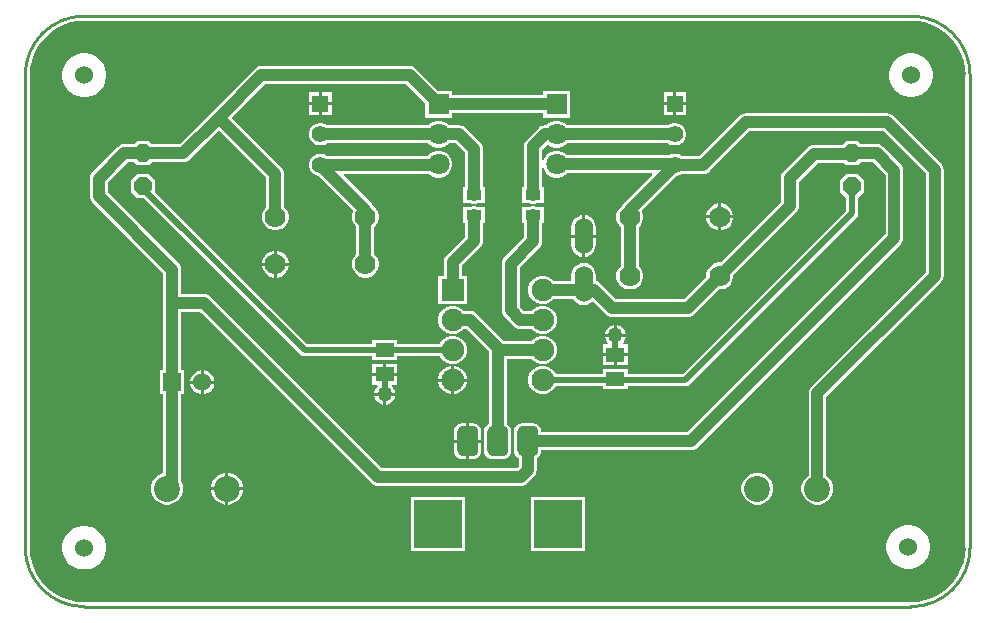
<source format=gtl>
G04*
G04 #@! TF.GenerationSoftware,Altium Limited,CircuitMaker,2.2.1 (2.2.1.6)*
G04*
G04 Layer_Physical_Order=1*
G04 Layer_Color=25308*
%FSLAX44Y44*%
%MOMM*%
G71*
G04*
G04 #@! TF.SameCoordinates,B7FF0B77-2EFF-419A-B724-F2A86093BB65*
G04*
G04*
G04 #@! TF.FilePolarity,Positive*
G04*
G01*
G75*
%ADD10C,0.2540*%
%ADD17R,1.5500X1.2500*%
%ADD36R,1.3000X0.9000*%
%ADD37C,1.0000*%
%ADD38C,0.5000*%
%ADD39R,1.8796X1.8796*%
%ADD40O,1.5240X3.0480*%
%ADD41C,1.5240*%
%ADD42P,1.6496X8X292.5*%
%ADD43C,1.7780*%
%ADD44C,1.9050*%
%ADD45R,1.9050X1.9050*%
G04:AMPARAMS|DCode=46|XSize=1.778mm|YSize=2.54mm|CornerRadius=0.4445mm|HoleSize=0mm|Usage=FLASHONLY|Rotation=180.000|XOffset=0mm|YOffset=0mm|HoleType=Round|Shape=RoundedRectangle|*
%AMROUNDEDRECTD46*
21,1,1.7780,1.6510,0,0,180.0*
21,1,0.8890,2.5400,0,0,180.0*
1,1,0.8890,-0.4445,0.8255*
1,1,0.8890,0.4445,0.8255*
1,1,0.8890,0.4445,-0.8255*
1,1,0.8890,-0.4445,-0.8255*
%
%ADD46ROUNDEDRECTD46*%
%ADD47R,4.0640X4.0640*%
%ADD48R,1.5240X1.5240*%
%ADD49C,2.2000*%
%ADD50C,1.8000*%
%ADD51R,1.8000X1.8000*%
%ADD52R,1.4000X1.4000*%
%ADD53C,1.4000*%
%ADD54C,1.2700*%
G36*
X756025Y495767D02*
X761947Y494589D01*
X767665Y492648D01*
X773081Y489977D01*
X778102Y486623D01*
X782641Y482641D01*
X786623Y478102D01*
X789977Y473081D01*
X792648Y467665D01*
X794589Y461948D01*
X795767Y456025D01*
X796150Y450176D01*
X796115Y450000D01*
Y50000D01*
X796150Y49824D01*
X795767Y43975D01*
X794589Y38052D01*
X792648Y32335D01*
X789977Y26919D01*
X786623Y21899D01*
X782641Y17359D01*
X778102Y13377D01*
X773081Y10023D01*
X767665Y7352D01*
X761947Y5411D01*
X756025Y4233D01*
X750176Y3850D01*
X750000Y3885D01*
X50000D01*
X49824Y3850D01*
X43975Y4233D01*
X38052Y5411D01*
X32335Y7352D01*
X26919Y10023D01*
X21899Y13377D01*
X17359Y17359D01*
X13377Y21899D01*
X10023Y26919D01*
X7352Y32335D01*
X5411Y38052D01*
X4233Y43975D01*
X3850Y49824D01*
X3885Y50000D01*
Y450000D01*
X3850Y450176D01*
X4233Y456025D01*
X5411Y461948D01*
X7352Y467665D01*
X10023Y473081D01*
X13377Y478102D01*
X17359Y482641D01*
X21899Y486623D01*
X26919Y489977D01*
X32335Y492648D01*
X38052Y494589D01*
X43975Y495767D01*
X49824Y496150D01*
X50000Y496115D01*
X750000D01*
X750176Y496150D01*
X756025Y495767D01*
D02*
G37*
%LPC*%
G36*
X751826Y468540D02*
X748174D01*
X744592Y467827D01*
X741218Y466430D01*
X738181Y464401D01*
X735599Y461819D01*
X733570Y458782D01*
X732172Y455408D01*
X731460Y451826D01*
Y448174D01*
X732172Y444592D01*
X733570Y441218D01*
X735599Y438181D01*
X738181Y435599D01*
X741218Y433570D01*
X744592Y432173D01*
X748174Y431460D01*
X751826D01*
X755408Y432173D01*
X758782Y433570D01*
X761819Y435599D01*
X764401Y438181D01*
X766430Y441218D01*
X767828Y444592D01*
X768540Y448174D01*
Y451826D01*
X767828Y455408D01*
X766430Y458782D01*
X764401Y461819D01*
X761819Y464401D01*
X758782Y466430D01*
X755408Y467827D01*
X751826Y468540D01*
D02*
G37*
G36*
X51826D02*
X48174D01*
X44592Y467827D01*
X41218Y466430D01*
X38181Y464401D01*
X35599Y461819D01*
X33570Y458782D01*
X32173Y455408D01*
X31460Y451826D01*
Y448174D01*
X32173Y444592D01*
X33570Y441218D01*
X35599Y438181D01*
X38181Y435599D01*
X41218Y433570D01*
X44592Y432173D01*
X48174Y431460D01*
X51826D01*
X55408Y432173D01*
X58782Y433570D01*
X61819Y435599D01*
X64401Y438181D01*
X66430Y441218D01*
X67828Y444592D01*
X68540Y448174D01*
Y451826D01*
X67828Y455408D01*
X66430Y458782D01*
X64401Y461819D01*
X61819Y464401D01*
X58782Y466430D01*
X55408Y467827D01*
X51826Y468540D01*
D02*
G37*
G36*
X559540Y435540D02*
X551270D01*
Y427270D01*
X559540D01*
Y435540D01*
D02*
G37*
G36*
X548730D02*
X540460D01*
Y427270D01*
X548730D01*
Y435540D01*
D02*
G37*
G36*
X259540D02*
X251270D01*
Y427270D01*
X259540D01*
Y435540D01*
D02*
G37*
G36*
X248730D02*
X240460D01*
Y427270D01*
X248730D01*
Y435540D01*
D02*
G37*
G36*
X559540Y424730D02*
X551270D01*
Y416460D01*
X559540D01*
Y424730D01*
D02*
G37*
G36*
X548730D02*
X540460D01*
Y416460D01*
X548730D01*
Y424730D01*
D02*
G37*
G36*
X259540D02*
X251270D01*
Y416460D01*
X259540D01*
Y424730D01*
D02*
G37*
G36*
X248730D02*
X240460D01*
Y416460D01*
X248730D01*
Y424730D01*
D02*
G37*
G36*
X325400Y457605D02*
X200000D01*
X198032Y457346D01*
X196197Y456586D01*
X194622Y455378D01*
X158623Y419378D01*
X158622Y419378D01*
X130850Y391605D01*
X107635D01*
X105080Y394160D01*
X94920D01*
X92365Y391605D01*
X84000D01*
X82032Y391346D01*
X80197Y390586D01*
X78622Y389378D01*
X56872Y367628D01*
X55664Y366053D01*
X54904Y364218D01*
X54645Y362250D01*
Y347750D01*
X54904Y345782D01*
X55664Y343947D01*
X56872Y342372D01*
X116995Y282250D01*
Y257500D01*
Y200160D01*
X114440D01*
Y179840D01*
X116995D01*
Y113212D01*
X114774Y112617D01*
X111686Y110835D01*
X109165Y108314D01*
X107383Y105226D01*
X106460Y101783D01*
Y98217D01*
X107383Y94774D01*
X109165Y91686D01*
X111686Y89165D01*
X114774Y87383D01*
X118217Y86460D01*
X121783D01*
X125226Y87383D01*
X128314Y89165D01*
X130835Y91686D01*
X132617Y94774D01*
X133540Y98217D01*
Y101783D01*
X132617Y105226D01*
X132205Y105940D01*
Y179840D01*
X134760D01*
Y200160D01*
X132205D01*
Y249895D01*
X147850D01*
X293372Y104372D01*
X294947Y103164D01*
X296782Y102404D01*
X298750Y102145D01*
X419750D01*
X421718Y102404D01*
X423553Y103164D01*
X425128Y104372D01*
X430778Y110022D01*
X431986Y111597D01*
X432301Y112357D01*
X432746Y113432D01*
X433005Y115400D01*
Y125493D01*
X433368Y125644D01*
X434827Y126763D01*
X435946Y128222D01*
X436650Y129922D01*
X436890Y131745D01*
Y132395D01*
X563750D01*
X565718Y132654D01*
X567552Y133414D01*
X569128Y134622D01*
X741378Y306872D01*
X742586Y308447D01*
X743346Y310282D01*
X743605Y312250D01*
Y369000D01*
X743346Y370968D01*
X742901Y372043D01*
X742586Y372803D01*
X741378Y374378D01*
X726378Y389378D01*
X724802Y390586D01*
X722968Y391346D01*
X721000Y391605D01*
X707635D01*
X705080Y394160D01*
X694920D01*
X691865Y391105D01*
X668000D01*
X666032Y390846D01*
X664197Y390086D01*
X662622Y388878D01*
X642122Y368378D01*
X640914Y366802D01*
X640154Y364968D01*
X639895Y363000D01*
Y342549D01*
X588776Y291430D01*
X586596D01*
X583689Y290651D01*
X581083Y289146D01*
X578955Y287018D01*
X577450Y284412D01*
X576671Y281505D01*
Y279325D01*
X557951Y260605D01*
X500150D01*
X487278Y273478D01*
X485703Y274686D01*
X483868Y275446D01*
X482998Y275561D01*
Y280800D01*
X482649Y283452D01*
X481625Y285924D01*
X479996Y288046D01*
X477874Y289675D01*
X475402Y290699D01*
X472750Y291048D01*
X470098Y290699D01*
X467626Y289675D01*
X465504Y288046D01*
X463875Y285924D01*
X462851Y283452D01*
X462502Y280800D01*
Y275705D01*
X447557D01*
X445508Y277754D01*
X442757Y279343D01*
X439688Y280165D01*
X436512D01*
X433443Y279343D01*
X430692Y277754D01*
X428446Y275508D01*
X426857Y272757D01*
X426035Y269688D01*
Y266512D01*
X426857Y263443D01*
X428446Y260692D01*
X430692Y258446D01*
X433443Y256857D01*
X436512Y256035D01*
X439688D01*
X442757Y256857D01*
X445508Y258446D01*
X447557Y260495D01*
X463851D01*
X463875Y260436D01*
X465504Y258314D01*
X467626Y256685D01*
X470098Y255662D01*
X472750Y255312D01*
X475402Y255662D01*
X477874Y256685D01*
X479996Y258314D01*
X480873Y258371D01*
X491622Y247622D01*
X493198Y246414D01*
X495032Y245654D01*
X497000Y245395D01*
X561101D01*
X563069Y245654D01*
X564903Y246414D01*
X566478Y247622D01*
X587426Y268570D01*
X589606D01*
X592513Y269349D01*
X595119Y270854D01*
X597247Y272982D01*
X598752Y275588D01*
X599531Y278495D01*
Y280675D01*
X652878Y334022D01*
X654086Y335597D01*
X654846Y337431D01*
X655105Y339399D01*
Y359850D01*
X671150Y375895D01*
X692865D01*
X694920Y373840D01*
X705080D01*
X707635Y376395D01*
X717850D01*
X728395Y365850D01*
Y315400D01*
X560600Y147605D01*
X436890D01*
Y148255D01*
X436650Y150078D01*
X435946Y151778D01*
X434827Y153237D01*
X433368Y154356D01*
X431668Y155060D01*
X429845Y155300D01*
X420955D01*
X419132Y155060D01*
X417432Y154356D01*
X415973Y153237D01*
X414854Y151778D01*
X414150Y150078D01*
X413910Y148255D01*
Y131745D01*
X414150Y129922D01*
X414854Y128222D01*
X415973Y126763D01*
X417432Y125644D01*
X417795Y125493D01*
Y118550D01*
X416600Y117355D01*
X301900D01*
X156378Y262878D01*
X154803Y264086D01*
X152968Y264846D01*
X151000Y265105D01*
X132205D01*
Y285400D01*
X131946Y287368D01*
X131186Y289202D01*
X129978Y290778D01*
X69855Y350900D01*
Y359100D01*
X87150Y376395D01*
X92365D01*
X94920Y373840D01*
X105080D01*
X107635Y376395D01*
X134000D01*
X135968Y376654D01*
X137802Y377414D01*
X139378Y378622D01*
X164000Y403245D01*
X204294Y362951D01*
Y338559D01*
X202753Y337018D01*
X201248Y334412D01*
X200469Y331505D01*
Y328495D01*
X201248Y325588D01*
X202753Y322982D01*
X204881Y320854D01*
X207487Y319349D01*
X210394Y318570D01*
X213404D01*
X216311Y319349D01*
X218917Y320854D01*
X221045Y322982D01*
X222550Y325588D01*
X223329Y328495D01*
Y331505D01*
X222550Y334412D01*
X221045Y337018D01*
X219504Y338559D01*
Y366101D01*
X219245Y368069D01*
X218485Y369903D01*
X217277Y371478D01*
X174755Y414000D01*
X203150Y442395D01*
X322250D01*
X338460Y426185D01*
Y413860D01*
X361540D01*
Y417795D01*
X438460D01*
Y413860D01*
X461540D01*
Y436940D01*
X438460D01*
Y433005D01*
X361540D01*
Y436940D01*
X349215D01*
X330778Y455378D01*
X329202Y456586D01*
X327368Y457346D01*
X325400Y457605D01*
D02*
G37*
G36*
X351519Y411540D02*
X348481D01*
X345546Y410754D01*
X342914Y409234D01*
X341285Y407605D01*
X255886D01*
X255858Y407634D01*
X253682Y408890D01*
X251256Y409540D01*
X248744D01*
X246318Y408890D01*
X244142Y407634D01*
X242366Y405858D01*
X241110Y403682D01*
X240460Y401256D01*
Y398744D01*
X241110Y396318D01*
X242366Y394142D01*
X244142Y392366D01*
X246318Y391110D01*
X248744Y390460D01*
X251256D01*
X253682Y391110D01*
X255858Y392366D01*
X255886Y392395D01*
X341285D01*
X342914Y390766D01*
X345546Y389246D01*
X348481Y388460D01*
X351519D01*
X354454Y389246D01*
X357086Y390766D01*
X358715Y392395D01*
X364350D01*
X372395Y384350D01*
Y355540D01*
X370960D01*
Y341460D01*
X377293D01*
X378032Y341154D01*
X380000Y340895D01*
X381968Y341154D01*
X382707Y341460D01*
X389040D01*
Y355540D01*
X387605D01*
Y387500D01*
X387346Y389468D01*
X386901Y390543D01*
X386586Y391302D01*
X385378Y392878D01*
X372878Y405378D01*
X371302Y406586D01*
X369468Y407346D01*
X367500Y407605D01*
X358715D01*
X357086Y409234D01*
X354454Y410754D01*
X351519Y411540D01*
D02*
G37*
G36*
X730000Y417605D02*
X610000D01*
X608032Y417346D01*
X606197Y416586D01*
X604622Y415378D01*
X570850Y381605D01*
X555886D01*
X555858Y381634D01*
X553682Y382890D01*
X551256Y383540D01*
X548744D01*
X546318Y382890D01*
X545132Y382205D01*
X458715D01*
X457086Y383834D01*
X454454Y385354D01*
X451519Y386140D01*
X448481D01*
X445546Y385354D01*
X442914Y383834D01*
X440766Y381686D01*
X439246Y379054D01*
X438875Y377668D01*
X437605Y377836D01*
Y386850D01*
X442218Y391462D01*
X442914Y390766D01*
X445546Y389246D01*
X448481Y388460D01*
X451519D01*
X454454Y389246D01*
X457086Y390766D01*
X458715Y392395D01*
X544114D01*
X544142Y392366D01*
X546318Y391110D01*
X548744Y390460D01*
X551256D01*
X553682Y391110D01*
X555858Y392366D01*
X557634Y394142D01*
X558890Y396318D01*
X559540Y398744D01*
Y401256D01*
X558890Y403682D01*
X557634Y405858D01*
X555858Y407634D01*
X553682Y408890D01*
X551256Y409540D01*
X548744D01*
X546318Y408890D01*
X544142Y407634D01*
X544114Y407605D01*
X458715D01*
X457086Y409234D01*
X454454Y410754D01*
X451519Y411540D01*
X448481D01*
X445546Y410754D01*
X442914Y409234D01*
X441285Y407605D01*
X440000D01*
X438032Y407346D01*
X436198Y406586D01*
X434622Y405378D01*
X424622Y395378D01*
X423414Y393802D01*
X422654Y391968D01*
X422395Y390000D01*
Y355540D01*
X420960D01*
Y341460D01*
X427293D01*
X428032Y341154D01*
X430000Y340895D01*
X431968Y341154D01*
X432707Y341460D01*
X439040D01*
Y355540D01*
X437605D01*
Y371365D01*
X438875Y371532D01*
X439246Y370146D01*
X440766Y367514D01*
X442914Y365366D01*
X445546Y363846D01*
X448481Y363060D01*
X451519D01*
X454454Y363846D01*
X457086Y365366D01*
X458715Y366995D01*
X530580D01*
X531066Y365822D01*
X506522Y341277D01*
X505313Y339702D01*
X505146Y339300D01*
X504881Y339146D01*
X502753Y337018D01*
X501248Y334412D01*
X500469Y331505D01*
Y328495D01*
X501248Y325588D01*
X502753Y322982D01*
X504294Y321441D01*
Y288558D01*
X502755Y287018D01*
X501250Y284412D01*
X500471Y281505D01*
Y278495D01*
X501250Y275588D01*
X502755Y272982D01*
X504883Y270854D01*
X507489Y269349D01*
X510396Y268570D01*
X513406D01*
X516313Y269349D01*
X518919Y270854D01*
X521047Y272982D01*
X522552Y275588D01*
X523331Y278495D01*
Y281505D01*
X522552Y284412D01*
X521047Y287018D01*
X519504Y288561D01*
Y321441D01*
X521045Y322982D01*
X522550Y325588D01*
X523329Y328495D01*
Y331505D01*
X522550Y334412D01*
X522044Y335289D01*
X551215Y364460D01*
X551256D01*
X553682Y365110D01*
X555858Y366366D01*
X555886Y366395D01*
X574000D01*
X575968Y366654D01*
X577803Y367414D01*
X579378Y368622D01*
X613150Y402395D01*
X726850D01*
X762395Y366850D01*
Y283150D01*
X665422Y186178D01*
X664214Y184603D01*
X663454Y182768D01*
X663195Y180800D01*
Y111244D01*
X662486Y110835D01*
X659965Y108314D01*
X658183Y105226D01*
X657260Y101783D01*
Y98217D01*
X658183Y94774D01*
X659965Y91686D01*
X662486Y89165D01*
X665574Y87383D01*
X669017Y86460D01*
X672583D01*
X676026Y87383D01*
X679114Y89165D01*
X681635Y91686D01*
X683417Y94774D01*
X684340Y98217D01*
Y101783D01*
X683417Y105226D01*
X681635Y108314D01*
X679114Y110835D01*
X678405Y111244D01*
Y177650D01*
X775378Y274622D01*
X776586Y276197D01*
X776901Y276957D01*
X777346Y278032D01*
X777605Y280000D01*
Y370000D01*
X777346Y371968D01*
X776901Y373043D01*
X776586Y373802D01*
X775378Y375378D01*
X735378Y415378D01*
X733802Y416586D01*
X731968Y417346D01*
X730000Y417605D01*
D02*
G37*
G36*
X351519Y386140D02*
X348481D01*
X345546Y385354D01*
X342914Y383834D01*
X340766Y381686D01*
X340719Y381605D01*
X255886D01*
X255858Y381634D01*
X253682Y382890D01*
X251256Y383540D01*
X248744D01*
X246318Y382890D01*
X244142Y381634D01*
X242366Y379858D01*
X241110Y377682D01*
X240460Y375256D01*
Y372744D01*
X241110Y370318D01*
X242366Y368142D01*
X244142Y366366D01*
X246318Y365110D01*
X248744Y364460D01*
X248785D01*
X277955Y335290D01*
X277448Y334412D01*
X276669Y331505D01*
Y328495D01*
X277448Y325588D01*
X278953Y322982D01*
X280494Y321441D01*
Y298558D01*
X278955Y297018D01*
X277450Y294412D01*
X276671Y291505D01*
Y288495D01*
X277450Y285588D01*
X278955Y282982D01*
X281083Y280854D01*
X283689Y279349D01*
X286596Y278570D01*
X289606D01*
X292513Y279349D01*
X295119Y280854D01*
X297247Y282982D01*
X298752Y285588D01*
X299531Y288495D01*
Y291505D01*
X298752Y294412D01*
X297247Y297018D01*
X295704Y298561D01*
Y321441D01*
X297246Y322982D01*
X298750Y325588D01*
X299529Y328495D01*
Y331505D01*
X298750Y334412D01*
X297246Y337018D01*
X295117Y339146D01*
X294853Y339299D01*
X294685Y339703D01*
X293477Y341278D01*
X269534Y365222D01*
X270020Y366395D01*
X341885D01*
X342914Y365366D01*
X345546Y363846D01*
X348481Y363060D01*
X351519D01*
X354454Y363846D01*
X357086Y365366D01*
X359234Y367514D01*
X360754Y370146D01*
X361540Y373081D01*
Y376119D01*
X360754Y379054D01*
X359234Y381686D01*
X357086Y383834D01*
X354454Y385354D01*
X351519Y386140D01*
D02*
G37*
G36*
X589604Y341430D02*
X589369D01*
Y331270D01*
X599529D01*
Y331505D01*
X598750Y334412D01*
X597245Y337018D01*
X595117Y339146D01*
X592511Y340651D01*
X589604Y341430D01*
D02*
G37*
G36*
X586829D02*
X586594D01*
X583687Y340651D01*
X581081Y339146D01*
X578953Y337018D01*
X577448Y334412D01*
X576669Y331505D01*
Y331270D01*
X586829D01*
Y341430D01*
D02*
G37*
G36*
X599529Y328730D02*
X589369D01*
Y318570D01*
X589604D01*
X592511Y319349D01*
X595117Y320854D01*
X597245Y322982D01*
X598750Y325588D01*
X599529Y328495D01*
Y328730D01*
D02*
G37*
G36*
X586829D02*
X576669D01*
Y328495D01*
X577448Y325588D01*
X578953Y322982D01*
X581081Y320854D01*
X583687Y319349D01*
X586594Y318570D01*
X586829D01*
Y328730D01*
D02*
G37*
G36*
X474020Y331521D02*
Y315090D01*
X482998D01*
Y321440D01*
X482649Y324092D01*
X481625Y326564D01*
X479996Y328686D01*
X477874Y330315D01*
X475402Y331339D01*
X474020Y331521D01*
D02*
G37*
G36*
X471480Y331521D02*
X470098Y331339D01*
X467626Y330315D01*
X465504Y328686D01*
X463875Y326564D01*
X462851Y324092D01*
X462502Y321440D01*
Y315090D01*
X471480D01*
Y331521D01*
D02*
G37*
G36*
Y312550D02*
X462502D01*
Y306200D01*
X462851Y303548D01*
X463875Y301076D01*
X465504Y298954D01*
X467626Y297325D01*
X470098Y296301D01*
X471480Y296119D01*
Y312550D01*
D02*
G37*
G36*
X482998D02*
X474020D01*
Y296119D01*
X475402Y296301D01*
X477874Y297325D01*
X479996Y298954D01*
X481625Y301076D01*
X482649Y303548D01*
X482998Y306200D01*
Y312550D01*
D02*
G37*
G36*
X213406Y301430D02*
X213171D01*
Y291270D01*
X223331D01*
Y291505D01*
X222552Y294412D01*
X221047Y297018D01*
X218919Y299146D01*
X216313Y300651D01*
X213406Y301430D01*
D02*
G37*
G36*
X210631D02*
X210396D01*
X207489Y300651D01*
X204883Y299146D01*
X202754Y297018D01*
X201250Y294412D01*
X200471Y291505D01*
Y291270D01*
X210631D01*
Y301430D01*
D02*
G37*
G36*
X223331Y288730D02*
X213171D01*
Y278570D01*
X213406D01*
X216313Y279349D01*
X218919Y280854D01*
X221047Y282982D01*
X222552Y285588D01*
X223331Y288495D01*
Y288730D01*
D02*
G37*
G36*
X210631D02*
X200471D01*
Y288495D01*
X201250Y285588D01*
X202754Y282982D01*
X204883Y280854D01*
X207489Y279349D01*
X210396Y278570D01*
X210631D01*
Y288730D01*
D02*
G37*
G36*
X380000Y339105D02*
X378032Y338846D01*
X377293Y338540D01*
X370960D01*
Y324460D01*
X372395D01*
Y313150D01*
X356522Y297278D01*
X355314Y295702D01*
X354554Y293868D01*
X354295Y291900D01*
Y280165D01*
X349835D01*
Y256035D01*
X373965D01*
Y280165D01*
X369505D01*
Y288750D01*
X385378Y304622D01*
X386586Y306197D01*
X386901Y306957D01*
X387346Y308032D01*
X387605Y310000D01*
Y324460D01*
X389040D01*
Y338540D01*
X382707D01*
X381968Y338846D01*
X380000Y339105D01*
D02*
G37*
G36*
X501020Y238613D02*
Y231020D01*
X508613D01*
X508034Y233181D01*
X506864Y235209D01*
X505209Y236864D01*
X503181Y238034D01*
X501020Y238613D01*
D02*
G37*
G36*
X498480D02*
X496319Y238034D01*
X494291Y236864D01*
X492636Y235209D01*
X491466Y233181D01*
X490887Y231020D01*
X498480D01*
Y238613D01*
D02*
G37*
G36*
X430000Y339105D02*
X428032Y338846D01*
X427293Y338540D01*
X420960D01*
Y324460D01*
X422395D01*
Y312400D01*
X405622Y295628D01*
X404414Y294053D01*
X403654Y292218D01*
X403395Y290250D01*
Y250750D01*
X403654Y248782D01*
X404414Y246947D01*
X405622Y245372D01*
X413672Y237322D01*
X415247Y236114D01*
X417082Y235354D01*
X419050Y235095D01*
X428643D01*
X430692Y233046D01*
X433443Y231457D01*
X436512Y230635D01*
X439688D01*
X442757Y231457D01*
X445508Y233046D01*
X447754Y235292D01*
X449343Y238043D01*
X450165Y241112D01*
Y244288D01*
X449343Y247357D01*
X447754Y250108D01*
X445508Y252354D01*
X442757Y253943D01*
X439688Y254765D01*
X436512D01*
X433443Y253943D01*
X430692Y252354D01*
X428643Y250305D01*
X422200D01*
X418605Y253900D01*
Y287100D01*
X435378Y303872D01*
X436586Y305448D01*
X437346Y307282D01*
X437605Y309250D01*
Y324460D01*
X439040D01*
Y338540D01*
X432707D01*
X431968Y338846D01*
X430000Y339105D01*
D02*
G37*
G36*
X508613Y228480D02*
X490887D01*
X491466Y226319D01*
X492636Y224291D01*
X493618Y223310D01*
X493092Y222040D01*
X489460D01*
Y214520D01*
X499750D01*
X510040D01*
Y222040D01*
X506408D01*
X505882Y223310D01*
X506864Y224291D01*
X508034Y226319D01*
X508613Y228480D01*
D02*
G37*
G36*
X363488Y254765D02*
X360312D01*
X357243Y253943D01*
X354492Y252354D01*
X352246Y250108D01*
X350657Y247357D01*
X349835Y244288D01*
Y241112D01*
X350657Y238043D01*
X352246Y235292D01*
X354492Y233046D01*
X357243Y231457D01*
X360312Y230635D01*
X363488D01*
X366557Y231457D01*
X369308Y233046D01*
X371357Y235095D01*
X373650D01*
X392552Y216193D01*
X392395Y215000D01*
Y154507D01*
X392032Y154356D01*
X390573Y153237D01*
X389454Y151778D01*
X388750Y150078D01*
X388510Y148255D01*
Y131745D01*
X388750Y129922D01*
X389454Y128222D01*
X390573Y126763D01*
X392032Y125644D01*
X393731Y124940D01*
X395555Y124700D01*
X404445D01*
X406268Y124940D01*
X407968Y125644D01*
X409427Y126763D01*
X410546Y128222D01*
X411250Y129922D01*
X411490Y131745D01*
Y148255D01*
X411250Y150078D01*
X410546Y151778D01*
X409427Y153237D01*
X407968Y154356D01*
X407605Y154507D01*
Y209645D01*
X428693D01*
X430692Y207646D01*
X433443Y206057D01*
X436512Y205235D01*
X439688D01*
X442757Y206057D01*
X445508Y207646D01*
X447754Y209892D01*
X449343Y212643D01*
X450165Y215712D01*
Y218888D01*
X449343Y221957D01*
X447754Y224708D01*
X445508Y226954D01*
X442757Y228543D01*
X439688Y229365D01*
X436512D01*
X433443Y228543D01*
X430692Y226954D01*
X428593Y224855D01*
X405400D01*
X382178Y248078D01*
X380602Y249286D01*
X378768Y250046D01*
X376800Y250305D01*
X371357D01*
X369308Y252354D01*
X366557Y253943D01*
X363488Y254765D01*
D02*
G37*
G36*
X105080Y365936D02*
X94920D01*
X89840Y360856D01*
Y350696D01*
X94920Y345616D01*
X100867D01*
X232866Y213616D01*
X234534Y212502D01*
X236500Y212111D01*
X293960D01*
Y208460D01*
X314540D01*
Y212111D01*
X350964D01*
X352246Y209892D01*
X354492Y207646D01*
X357243Y206057D01*
X360312Y205235D01*
X363488D01*
X366557Y206057D01*
X369308Y207646D01*
X371554Y209892D01*
X373143Y212643D01*
X373965Y215712D01*
Y218888D01*
X373143Y221957D01*
X371554Y224708D01*
X369308Y226954D01*
X366557Y228543D01*
X363488Y229365D01*
X360312D01*
X357243Y228543D01*
X354492Y226954D01*
X352246Y224708D01*
X350906Y222389D01*
X314540D01*
Y226040D01*
X293960D01*
Y222389D01*
X238629D01*
X110160Y350857D01*
Y360856D01*
X105080Y365936D01*
D02*
G37*
G36*
X510040Y211980D02*
X501020D01*
Y204460D01*
X510040D01*
Y211980D01*
D02*
G37*
G36*
X498480D02*
X489460D01*
Y204460D01*
X498480D01*
Y211980D01*
D02*
G37*
G36*
X314540Y205540D02*
X305520D01*
Y198020D01*
X314540D01*
Y205540D01*
D02*
G37*
G36*
X302980D02*
X293960D01*
Y198020D01*
X302980D01*
Y205540D01*
D02*
G37*
G36*
X705080Y365936D02*
X694920D01*
X689840Y360856D01*
Y350696D01*
X694861Y345675D01*
Y335129D01*
X556772Y197039D01*
X510040D01*
Y201540D01*
X489460D01*
Y197039D01*
X449065D01*
X447754Y199308D01*
X445508Y201554D01*
X442757Y203143D01*
X439688Y203965D01*
X436512D01*
X433443Y203143D01*
X430692Y201554D01*
X428446Y199308D01*
X426857Y196557D01*
X426035Y193488D01*
Y190312D01*
X426857Y187243D01*
X428446Y184492D01*
X430692Y182246D01*
X433443Y180657D01*
X436512Y179835D01*
X439688D01*
X442757Y180657D01*
X445508Y182246D01*
X447754Y184492D01*
X449065Y186761D01*
X489460D01*
Y183960D01*
X510040D01*
Y186761D01*
X558900D01*
X560867Y187152D01*
X562534Y188266D01*
X703634Y329366D01*
X704748Y331034D01*
X705139Y333000D01*
Y345675D01*
X710160Y350696D01*
Y360856D01*
X705080Y365936D01*
D02*
G37*
G36*
X363488Y203965D02*
X363170D01*
Y193170D01*
X373965D01*
Y193488D01*
X373143Y196557D01*
X371554Y199308D01*
X369308Y201554D01*
X366557Y203143D01*
X363488Y203965D01*
D02*
G37*
G36*
X360630D02*
X360312D01*
X357243Y203143D01*
X354492Y201554D01*
X352246Y199308D01*
X350657Y196557D01*
X349835Y193488D01*
Y193170D01*
X360630D01*
Y203965D01*
D02*
G37*
G36*
X151338Y200160D02*
X151270D01*
Y191270D01*
X160160D01*
Y191338D01*
X159468Y193922D01*
X158130Y196238D01*
X156238Y198130D01*
X153922Y199468D01*
X151338Y200160D01*
D02*
G37*
G36*
X148730D02*
X148662D01*
X146078Y199468D01*
X143762Y198130D01*
X141870Y196238D01*
X140532Y193922D01*
X139840Y191338D01*
Y191270D01*
X148730D01*
Y200160D01*
D02*
G37*
G36*
X314540Y195480D02*
X293960D01*
Y187960D01*
X298092D01*
X298618Y186690D01*
X297386Y185459D01*
X296216Y183431D01*
X295637Y181270D01*
X313363D01*
X312784Y183431D01*
X311614Y185459D01*
X310382Y186690D01*
X310908Y187960D01*
X314540D01*
Y195480D01*
D02*
G37*
G36*
X160160Y188730D02*
X151270D01*
Y179840D01*
X151338D01*
X153922Y180532D01*
X156238Y181870D01*
X158130Y183762D01*
X159468Y186078D01*
X160160Y188662D01*
Y188730D01*
D02*
G37*
G36*
X148730D02*
X139840D01*
Y188662D01*
X140532Y186078D01*
X141870Y183762D01*
X143762Y181870D01*
X146078Y180532D01*
X148662Y179840D01*
X148730D01*
Y188730D01*
D02*
G37*
G36*
X373965Y190630D02*
X363170D01*
Y179835D01*
X363488D01*
X366557Y180657D01*
X369308Y182246D01*
X371554Y184492D01*
X373143Y187243D01*
X373965Y190312D01*
Y190630D01*
D02*
G37*
G36*
X360630D02*
X349835D01*
Y190312D01*
X350657Y187243D01*
X352246Y184492D01*
X354492Y182246D01*
X357243Y180657D01*
X360312Y179835D01*
X360630D01*
Y190630D01*
D02*
G37*
G36*
X313363Y178730D02*
X305770D01*
Y171137D01*
X307931Y171716D01*
X309959Y172886D01*
X311614Y174541D01*
X312784Y176569D01*
X313363Y178730D01*
D02*
G37*
G36*
X303230D02*
X295637D01*
X296216Y176569D01*
X297386Y174541D01*
X299041Y172886D01*
X301069Y171716D01*
X303230Y171137D01*
Y178730D01*
D02*
G37*
G36*
X379045Y155300D02*
X375870D01*
Y141270D01*
X386090D01*
Y148255D01*
X385850Y150078D01*
X385146Y151778D01*
X384027Y153237D01*
X382568Y154356D01*
X380868Y155060D01*
X379045Y155300D01*
D02*
G37*
G36*
X373330D02*
X370155D01*
X368331Y155060D01*
X366632Y154356D01*
X365173Y153237D01*
X364054Y151778D01*
X363350Y150078D01*
X363110Y148255D01*
Y141270D01*
X373330D01*
Y155300D01*
D02*
G37*
G36*
X386090Y138730D02*
X375870D01*
Y124700D01*
X379045D01*
X380868Y124940D01*
X382568Y125644D01*
X384027Y126763D01*
X385146Y128222D01*
X385850Y129922D01*
X386090Y131745D01*
Y138730D01*
D02*
G37*
G36*
X373330D02*
X363110D01*
Y131745D01*
X363350Y129922D01*
X364054Y128222D01*
X365173Y126763D01*
X366632Y125644D01*
X368331Y124940D01*
X370155Y124700D01*
X373330D01*
Y138730D01*
D02*
G37*
G36*
X172583Y113540D02*
X172070D01*
Y101270D01*
X184340D01*
Y101783D01*
X183417Y105226D01*
X181635Y108314D01*
X179114Y110835D01*
X176026Y112617D01*
X172583Y113540D01*
D02*
G37*
G36*
X169530D02*
X169017D01*
X165574Y112617D01*
X162486Y110835D01*
X159965Y108314D01*
X158183Y105226D01*
X157260Y101783D01*
Y101270D01*
X169530D01*
Y113540D01*
D02*
G37*
G36*
X621783D02*
X618217D01*
X614774Y112617D01*
X611686Y110835D01*
X609165Y108314D01*
X607383Y105226D01*
X606460Y101783D01*
Y98217D01*
X607383Y94774D01*
X609165Y91686D01*
X611686Y89165D01*
X614774Y87383D01*
X618217Y86460D01*
X621783D01*
X625226Y87383D01*
X628314Y89165D01*
X630835Y91686D01*
X632617Y94774D01*
X633540Y98217D01*
Y101783D01*
X632617Y105226D01*
X630835Y108314D01*
X628314Y110835D01*
X625226Y112617D01*
X621783Y113540D01*
D02*
G37*
G36*
X184340Y98730D02*
X172070D01*
Y86460D01*
X172583D01*
X176026Y87383D01*
X179114Y89165D01*
X181635Y91686D01*
X183417Y94774D01*
X184340Y98217D01*
Y98730D01*
D02*
G37*
G36*
X169530D02*
X157260D01*
Y98217D01*
X158183Y94774D01*
X159965Y91686D01*
X162486Y89165D01*
X165574Y87383D01*
X169017Y86460D01*
X169530D01*
Y98730D01*
D02*
G37*
G36*
X473660Y93010D02*
X427940D01*
Y47290D01*
X473660D01*
Y93010D01*
D02*
G37*
G36*
X372060D02*
X326340D01*
Y47290D01*
X372060D01*
Y93010D01*
D02*
G37*
G36*
X749460Y69000D02*
X745808D01*
X742226Y68288D01*
X738852Y66890D01*
X735816Y64861D01*
X733233Y62279D01*
X731204Y59242D01*
X729807Y55868D01*
X729094Y52286D01*
Y48634D01*
X729807Y45052D01*
X731204Y41678D01*
X733233Y38642D01*
X735816Y36059D01*
X738852Y34030D01*
X742226Y32633D01*
X745808Y31920D01*
X749460D01*
X753042Y32633D01*
X756416Y34030D01*
X759453Y36059D01*
X762035Y38642D01*
X764064Y41678D01*
X765462Y45052D01*
X766174Y48634D01*
Y52286D01*
X765462Y55868D01*
X764064Y59242D01*
X762035Y62279D01*
X759453Y64861D01*
X756416Y66890D01*
X753042Y68288D01*
X749460Y69000D01*
D02*
G37*
G36*
X51826Y68540D02*
X48174D01*
X44592Y67828D01*
X41218Y66430D01*
X38181Y64401D01*
X35599Y61819D01*
X33570Y58782D01*
X32173Y55408D01*
X31460Y51826D01*
Y48174D01*
X32173Y44592D01*
X33570Y41218D01*
X35599Y38181D01*
X38181Y35599D01*
X41218Y33570D01*
X44592Y32173D01*
X48174Y31460D01*
X51826D01*
X55408Y32173D01*
X58782Y33570D01*
X61819Y35599D01*
X64401Y38181D01*
X66430Y41218D01*
X67828Y44592D01*
X68540Y48174D01*
Y51826D01*
X67828Y55408D01*
X66430Y58782D01*
X64401Y61819D01*
X61819Y64401D01*
X58782Y66430D01*
X55408Y67828D01*
X51826Y68540D01*
D02*
G37*
%LPD*%
G54D10*
X446228Y268100D02*
G03*
X432353Y273847I-8128J0D01*
G01*
X353772Y217300D02*
G03*
X353772Y217250I8128J0D01*
G01*
D02*
G03*
X356153Y211553I8128J50D01*
G01*
X432353D02*
G03*
X446228Y217300I5747J5747D01*
G01*
X429977Y217000D02*
G03*
X432353Y211553I8123J300D01*
G01*
X429972Y217250D02*
G03*
X429977Y217000I8128J50D01*
G01*
X429972Y217300D02*
G03*
X429972Y217250I8128J0D01*
G01*
X370028Y242700D02*
G03*
X367647Y236953I-8128J0D01*
G01*
X429972Y242700D02*
G03*
X446228Y242700I8128J0D01*
G01*
X431967Y248033D02*
G03*
X429972Y242700I6133J-5333D01*
G01*
X446228D02*
G03*
X432353Y248447I-8128J0D01*
G01*
D02*
G03*
X431967Y248033I5747J-5747D01*
G01*
X446228Y191900D02*
G03*
X446228Y191900I-8128J0D01*
G01*
X356153Y211553D02*
G03*
X370028Y217300I5747J5747D01*
G01*
X446228D02*
G03*
X432353Y223047I-8128J0D01*
G01*
D02*
G03*
X430434Y220000I5747J-5747D01*
G01*
X432353Y273847D02*
G03*
X446228Y268100I5747J-5747D01*
G01*
X353828Y218250D02*
G03*
X353772Y217300I8072J-950D01*
G01*
X430434Y220000D02*
G03*
X429972Y217300I7667J-2700D01*
G01*
X370028Y191900D02*
G03*
X370028Y191900I-8128J0D01*
G01*
Y217300D02*
G03*
X353828Y218250I-8128J0D01*
G01*
X367647Y236953D02*
G03*
X369998Y242000I-5747J5747D01*
G01*
D02*
G03*
X370028Y242700I-8098J700D01*
G01*
X800000Y450000D02*
G03*
X750000Y500000I-50000J0D01*
G01*
Y0D02*
G03*
X800000Y50000I0J50000D01*
G01*
X50000Y500000D02*
G03*
X0Y450000I0J-50000D01*
G01*
Y50000D02*
G03*
X50000Y0I50000J0D01*
G01*
X750000D01*
X800000Y50000D02*
Y450000D01*
X50000Y500000D02*
X750000D01*
X0Y50000D02*
Y450000D01*
G54D17*
X499750Y192750D02*
D03*
Y213250D02*
D03*
X304250Y217250D02*
D03*
Y196750D02*
D03*
G54D36*
X380000Y331500D02*
D03*
Y348500D02*
D03*
X430000D02*
D03*
Y331500D02*
D03*
G54D37*
X446228Y268100D02*
X472750D01*
X481900D01*
X497000Y253000D01*
X561101D01*
X588101Y280000D01*
X438100Y268100D02*
X446228D01*
X134000Y384000D02*
X164000Y414000D01*
X100000Y384000D02*
X134000D01*
X84000D02*
X100000D01*
X62250Y362250D02*
X84000Y384000D01*
X62250Y347750D02*
Y362250D01*
Y347750D02*
X124600Y285400D01*
X736000Y312250D02*
Y369000D01*
X721000Y384000D02*
X736000Y369000D01*
X700000Y384000D02*
X721000D01*
X699500Y383500D02*
X700000Y384000D01*
X668000Y383500D02*
X699500D01*
X647500Y363000D02*
X668000Y383500D01*
X647500Y339399D02*
Y363000D01*
X770000Y280000D02*
Y370000D01*
X730000Y410000D02*
X770000Y370000D01*
X610000Y410000D02*
X730000D01*
X670800Y180800D02*
X770000Y280000D01*
X574000Y374000D02*
X610000Y410000D01*
X151000Y257500D02*
X298750Y109750D01*
X124600Y257500D02*
X151000D01*
X124600D02*
Y285400D01*
Y190000D02*
Y257500D01*
X298750Y109750D02*
X419750D01*
X124600Y104600D02*
Y190000D01*
X120000Y100000D02*
X124600Y104600D01*
X670800Y100000D02*
Y180800D01*
X563750Y140000D02*
X736000Y312250D01*
X425400Y140000D02*
X563750D01*
X588101Y280000D02*
X647500Y339399D01*
X402250Y217250D02*
X429972D01*
X400000Y215000D02*
X402250Y217250D01*
X400000Y140000D02*
Y215000D01*
X429972Y217250D02*
X438050D01*
X370028Y242700D02*
X376800D01*
X361900D02*
X370028D01*
X438050Y217250D02*
X438100Y217300D01*
X376800Y242700D02*
X402250Y217250D01*
X429972Y242700D02*
X438100D01*
X419050D02*
X429972D01*
X411000Y250750D02*
X419050Y242700D01*
X411000Y250750D02*
Y290250D01*
X430000Y309250D01*
Y331500D01*
X361900Y291900D02*
X380000Y310000D01*
X361900Y268100D02*
Y291900D01*
X440000Y400000D02*
X450000D01*
X430000Y390000D02*
X440000Y400000D01*
X430000Y348500D02*
Y390000D01*
X380000Y348500D02*
Y387500D01*
X367500Y400000D02*
X380000Y387500D01*
X350000Y400000D02*
X367500D01*
X419750Y109750D02*
X425400Y115400D01*
X550000Y374000D02*
X574000D01*
X425400Y115400D02*
Y140000D01*
X164000Y414000D02*
X211899Y366101D01*
Y330000D02*
Y366101D01*
X288099Y290002D02*
X288101Y290000D01*
X288099Y290002D02*
Y330000D01*
Y335901D01*
X250000Y374000D02*
X288099Y335901D01*
X511899Y280002D02*
X511901Y280000D01*
X511899Y280002D02*
Y330000D01*
Y335899D01*
X550000Y374000D01*
X549400Y374600D02*
X550000Y374000D01*
X450000Y374600D02*
X549400D01*
X450000Y400000D02*
X550000D01*
X288099Y289998D02*
X288101Y290000D01*
X349400Y374000D02*
X350000Y374600D01*
X250000Y374000D02*
X349400D01*
X250000Y400000D02*
X350000D01*
Y425400D02*
X450000D01*
X325400Y450000D02*
X350000Y425400D01*
X200000Y450000D02*
X325400D01*
X164000Y414000D02*
X200000Y450000D01*
X380000Y310000D02*
Y331500D01*
G54D38*
X100000Y353750D02*
Y355776D01*
Y353750D02*
X236500Y217250D01*
X353772D02*
X361850D01*
X304250D02*
X353772D01*
X700000Y333000D02*
Y355776D01*
X446228Y191900D02*
X558900D01*
X236500Y217250D02*
X304250D01*
X499750Y213250D02*
Y229750D01*
X304250Y180250D02*
Y196750D01*
Y180250D02*
X304500Y180000D01*
X361850Y217250D02*
X361900Y217300D01*
X558900Y191900D02*
X700000Y333000D01*
X438100Y191900D02*
X446228D01*
G54D39*
X361900Y268100D02*
D03*
G54D40*
X472750Y313820D02*
D03*
Y273180D02*
D03*
G54D41*
Y318900D02*
D03*
Y268100D02*
D03*
X747634Y50460D02*
D03*
X50000Y450000D02*
D03*
X750000D02*
D03*
X150000Y190000D02*
D03*
X50000Y50000D02*
D03*
G54D42*
X100000Y355776D02*
D03*
Y384000D02*
D03*
X700000D02*
D03*
Y355776D02*
D03*
G54D43*
X211899Y330000D02*
D03*
X288099D02*
D03*
X511901Y280000D02*
D03*
X588101D02*
D03*
X588099Y330000D02*
D03*
X511899D02*
D03*
X211901Y290000D02*
D03*
X288101D02*
D03*
G54D44*
X438100Y191900D02*
D03*
Y217300D02*
D03*
Y242700D02*
D03*
Y268100D02*
D03*
X361900Y191900D02*
D03*
Y217300D02*
D03*
Y242700D02*
D03*
G54D45*
Y268100D02*
D03*
G54D46*
X374600Y140000D02*
D03*
X400000D02*
D03*
X425400D02*
D03*
G54D47*
X349200Y70150D02*
D03*
X450800D02*
D03*
G54D48*
X124600Y190000D02*
D03*
G54D49*
X170800Y100000D02*
D03*
X120000D02*
D03*
X670800D02*
D03*
X620000D02*
D03*
G54D50*
X450000Y374600D02*
D03*
Y400000D02*
D03*
X350000Y374600D02*
D03*
Y400000D02*
D03*
G54D51*
X450000Y425400D02*
D03*
X350000D02*
D03*
G54D52*
X550000Y426000D02*
D03*
X250000D02*
D03*
G54D53*
X550000Y374000D02*
D03*
Y400000D02*
D03*
X250000Y374000D02*
D03*
Y400000D02*
D03*
G54D54*
X304500Y180000D02*
D03*
X499750Y229750D02*
D03*
M02*

</source>
